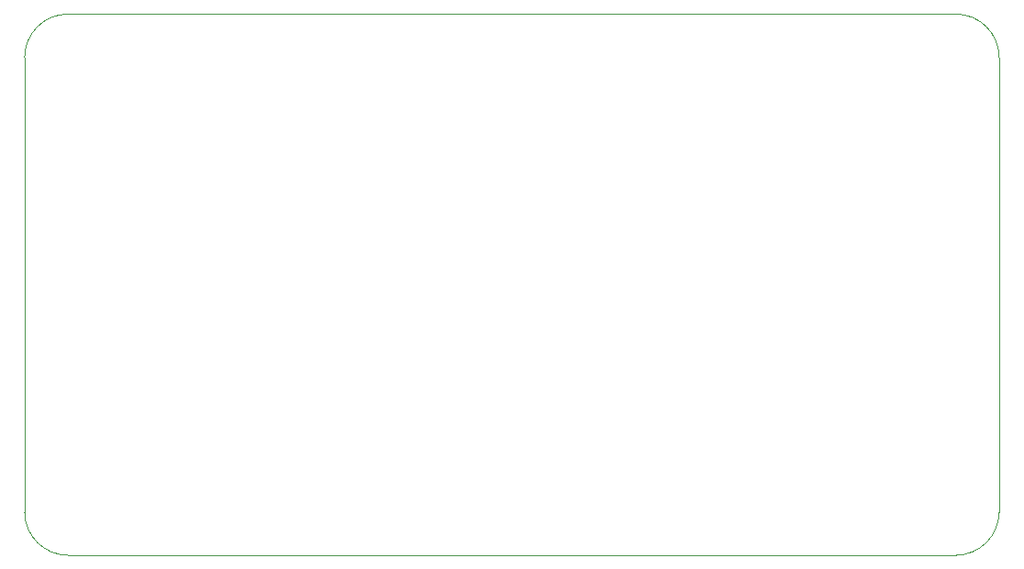
<source format=gm1>
%TF.GenerationSoftware,KiCad,Pcbnew,8.0.3-8.0.3-0~ubuntu22.04.1*%
%TF.CreationDate,2024-07-03T00:47:08-04:00*%
%TF.ProjectId,arm_drive_j3_4_5,61726d5f-6472-4697-9665-5f6a335f345f,rev?*%
%TF.SameCoordinates,Original*%
%TF.FileFunction,Profile,NP*%
%FSLAX46Y46*%
G04 Gerber Fmt 4.6, Leading zero omitted, Abs format (unit mm)*
G04 Created by KiCad (PCBNEW 8.0.3-8.0.3-0~ubuntu22.04.1) date 2024-07-03 00:47:08*
%MOMM*%
%LPD*%
G01*
G04 APERTURE LIST*
%TA.AperFunction,Profile*%
%ADD10C,0.050000*%
%TD*%
G04 APERTURE END LIST*
D10*
X128660000Y-42520000D02*
X128660000Y-84520000D01*
X38660000Y-42520000D02*
G75*
G02*
X42660000Y-38520000I4000000J0D01*
G01*
X42660000Y-38520000D02*
X124660000Y-38520000D01*
X42660000Y-88520000D02*
G75*
G02*
X38660000Y-84520000I0J4000000D01*
G01*
X124660000Y-88520000D02*
X42660000Y-88520000D01*
X38660000Y-84520000D02*
X38660000Y-42520000D01*
X124660000Y-38520000D02*
G75*
G02*
X128660000Y-42520000I0J-4000000D01*
G01*
X128660000Y-84520000D02*
G75*
G02*
X124660000Y-88520000I-4000000J0D01*
G01*
M02*

</source>
